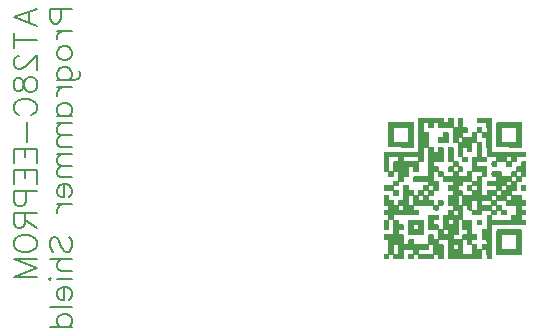
<source format=gbo>
G04 Layer: BottomSilkscreenLayer*
G04 EasyEDA v6.5.40, 2024-05-12 15:51:58*
G04 49c0d29adba348579b594a98eefbc0f5,633559c1653544b899bb7edc1c986e09,10*
G04 Gerber Generator version 0.2*
G04 Scale: 100 percent, Rotated: No, Reflected: No *
G04 Dimensions in millimeters *
G04 leading zeros omitted , absolute positions ,4 integer and 5 decimal *
%FSLAX45Y45*%
%MOMM*%

%ADD10C,0.2030*%

%LPD*%
G36*
X3664051Y3648659D02*
G01*
X3664051Y3603548D01*
X3712972Y3603548D01*
X3747617Y3603142D01*
X3748328Y3565347D01*
X3751478Y3562197D01*
X3786784Y3561740D01*
X3794251Y3562654D01*
X3796893Y3568446D01*
X3796893Y3603498D01*
X3831234Y3603498D01*
X3831844Y3601770D01*
X3832250Y3565347D01*
X3835400Y3562197D01*
X3957421Y3561486D01*
X3957889Y3478529D01*
X4032351Y3478529D01*
X4033265Y3477564D01*
X4033265Y3443782D01*
X4006697Y3443782D01*
X4006697Y3478529D01*
X3957889Y3478529D01*
X3958082Y3440328D01*
X3961282Y3437178D01*
X3999382Y3436518D01*
X4000042Y3315360D01*
X4003243Y3312210D01*
X4032910Y3311499D01*
X4033621Y3273704D01*
X4036822Y3270503D01*
X4072077Y3270046D01*
X4079544Y3271012D01*
X4082186Y3276752D01*
X4082237Y3311906D01*
X4080154Y3316732D01*
X4075277Y3318764D01*
X4040276Y3318764D01*
X4040276Y3395218D01*
X4074871Y3394811D01*
X4075582Y3357016D01*
X4078782Y3353866D01*
X4114037Y3353409D01*
X4121505Y3354324D01*
X4124147Y3360115D01*
X4124198Y3436874D01*
X4158792Y3436518D01*
X4159148Y3318764D01*
X4123842Y3318764D01*
X4118101Y3316173D01*
X4117187Y3310788D01*
X4117187Y3193796D01*
X4081881Y3193745D01*
X4076141Y3191154D01*
X4075402Y3186836D01*
X4200194Y3186836D01*
X4201109Y3185922D01*
X4201109Y3152140D01*
X4165803Y3152089D01*
X4160062Y3149498D01*
X4159148Y3144113D01*
X4159148Y3110433D01*
X4124198Y3110433D01*
X4124198Y3186836D01*
X4075402Y3186836D01*
X4075226Y3185820D01*
X4075226Y3152140D01*
X4006697Y3152140D01*
X4006697Y3186836D01*
X4032250Y3186836D01*
X4037634Y3187750D01*
X4040225Y3193440D01*
X4040276Y3228543D01*
X4038244Y3233420D01*
X4033316Y3235452D01*
X4006697Y3235452D01*
X4006697Y3270199D01*
X4004665Y3275076D01*
X3999737Y3277108D01*
X3964736Y3277108D01*
X3964736Y3395218D01*
X3962704Y3400094D01*
X3957777Y3402126D01*
X3922420Y3402076D01*
X3916629Y3399485D01*
X3915714Y3392068D01*
X3916121Y3273704D01*
X3919321Y3270503D01*
X3957421Y3269843D01*
X3957777Y3235452D01*
X3922420Y3235401D01*
X3916629Y3232810D01*
X3916046Y3228492D01*
X3998772Y3228492D01*
X3999687Y3227578D01*
X3999687Y3193796D01*
X3964736Y3193796D01*
X3964736Y3228492D01*
X3916046Y3228492D01*
X3915664Y3225393D01*
X3916121Y3190341D01*
X3919321Y3187192D01*
X3957421Y3186480D01*
X3957777Y3152140D01*
X3880815Y3152140D01*
X3880815Y3186887D01*
X3878783Y3191764D01*
X3873906Y3193796D01*
X3838854Y3193796D01*
X3838854Y3228543D01*
X3836822Y3233420D01*
X3831945Y3235452D01*
X3796893Y3235452D01*
X3796893Y3270199D01*
X3872788Y3270199D01*
X3878173Y3271062D01*
X3880815Y3276752D01*
X3880815Y3395218D01*
X3878783Y3400094D01*
X3873906Y3402126D01*
X3838498Y3402076D01*
X3832809Y3399485D01*
X3831894Y3394151D01*
X3831894Y3360470D01*
X3796893Y3360470D01*
X3796893Y3395218D01*
X3794861Y3400094D01*
X3789984Y3402126D01*
X3754932Y3402126D01*
X3754932Y3520236D01*
X3752900Y3525062D01*
X3748024Y3527145D01*
X3712972Y3527145D01*
X3712972Y3603548D01*
X3664051Y3603548D01*
X3664051Y3360470D01*
X3373831Y3360470D01*
X3373831Y3311855D01*
X3663086Y3311855D01*
X3664051Y3310940D01*
X3664051Y3277108D01*
X3545179Y3277108D01*
X3545179Y3311855D01*
X3495294Y3311855D01*
X3496208Y3310940D01*
X3496208Y3277108D01*
X3460902Y3277108D01*
X3455162Y3274517D01*
X3454247Y3269132D01*
X3454247Y3193796D01*
X3419297Y3193796D01*
X3419297Y3311855D01*
X3373831Y3311855D01*
X3373831Y3186887D01*
X3411931Y3186480D01*
X3412642Y3148685D01*
X3415842Y3145536D01*
X3451098Y3145078D01*
X3458565Y3145993D01*
X3461207Y3151784D01*
X3461258Y3186887D01*
X3495852Y3186480D01*
X3496208Y3110433D01*
X3460902Y3110433D01*
X3455162Y3107842D01*
X3454247Y3102457D01*
X3454247Y3077108D01*
X3373831Y3077108D01*
X3373831Y3028543D01*
X3453892Y3028188D01*
X3454603Y2990342D01*
X3457803Y2987192D01*
X3493058Y2986735D01*
X3500526Y2987649D01*
X3503168Y2993440D01*
X3503218Y3028543D01*
X3501136Y3033420D01*
X3496259Y3035452D01*
X3461258Y3035452D01*
X3461258Y3070199D01*
X3495141Y3070199D01*
X3500577Y3071063D01*
X3503168Y3076752D01*
X3503218Y3103524D01*
X3537102Y3103524D01*
X3542537Y3104438D01*
X3545128Y3110128D01*
X3545179Y3145180D01*
X3579063Y3145180D01*
X3584498Y3146094D01*
X3587089Y3151784D01*
X3587140Y3228543D01*
X3621735Y3228136D01*
X3622446Y3190341D01*
X3625646Y3187192D01*
X3660901Y3186734D01*
X3668369Y3187649D01*
X3671011Y3193440D01*
X3671062Y3270199D01*
X3704945Y3270199D01*
X3710381Y3271062D01*
X3712972Y3276752D01*
X3712972Y3395218D01*
X3747617Y3394811D01*
X3747973Y3152140D01*
X3628745Y3152089D01*
X3622903Y3149447D01*
X3621989Y3142030D01*
X3622446Y3107029D01*
X3625646Y3103880D01*
X3747617Y3103168D01*
X3747973Y3077108D01*
X3712667Y3077108D01*
X3706926Y3074517D01*
X3706193Y3070199D01*
X3788968Y3070199D01*
X3789934Y3069234D01*
X3789934Y3035452D01*
X3754932Y3035452D01*
X3754932Y3070199D01*
X3706193Y3070199D01*
X3706012Y3069132D01*
X3706012Y3035452D01*
X3670706Y3035452D01*
X3664965Y3032861D01*
X3664224Y3028492D01*
X3747008Y3028492D01*
X3747973Y3027578D01*
X3747973Y2993796D01*
X3712972Y2993796D01*
X3712972Y3028492D01*
X3664224Y3028492D01*
X3664051Y3027476D01*
X3664051Y2993796D01*
X3629101Y2993796D01*
X3629101Y3028543D01*
X3627018Y3033420D01*
X3622141Y3035452D01*
X3587140Y3035452D01*
X3587140Y3070199D01*
X3585057Y3075076D01*
X3580180Y3077108D01*
X3544824Y3077108D01*
X3539083Y3074517D01*
X3538169Y3069132D01*
X3538169Y2986836D01*
X3705047Y2986836D01*
X3706012Y2985922D01*
X3706012Y2952140D01*
X3671062Y2952140D01*
X3671062Y2986836D01*
X3621176Y2986836D01*
X3622090Y2985922D01*
X3622090Y2910433D01*
X3587140Y2910433D01*
X3587140Y2986836D01*
X3538169Y2986836D01*
X3538169Y2952140D01*
X3502863Y2952089D01*
X3497122Y2949498D01*
X3496208Y2944114D01*
X3496208Y2910433D01*
X3461258Y2910433D01*
X3461258Y2945231D01*
X3459226Y2950108D01*
X3454298Y2952140D01*
X3419297Y2952140D01*
X3419297Y2986887D01*
X3417265Y2991764D01*
X3412337Y2993796D01*
X3373831Y2993796D01*
X3373831Y2903524D01*
X3537254Y2903524D01*
X3538169Y2902559D01*
X3538169Y2868777D01*
X3503218Y2868777D01*
X3503218Y2903524D01*
X3373831Y2903524D01*
X3411931Y2903169D01*
X3412337Y2868777D01*
X3373831Y2868777D01*
X3373831Y2820212D01*
X3411931Y2819806D01*
X3412337Y2785465D01*
X3461258Y2785465D01*
X3461258Y2820162D01*
X3662984Y2820212D01*
X3668420Y2821076D01*
X3671011Y2826766D01*
X3671062Y2861868D01*
X3668979Y2866745D01*
X3664102Y2868777D01*
X3629101Y2868777D01*
X3629101Y2903524D01*
X3789578Y2903169D01*
X3790289Y2865374D01*
X3793439Y2862173D01*
X3828745Y2861716D01*
X3836212Y2862630D01*
X3838854Y2868422D01*
X3838854Y2903524D01*
X3872788Y2903524D01*
X3878173Y2904439D01*
X3880815Y2910128D01*
X3880815Y2945231D01*
X3878783Y2950108D01*
X3873906Y2952140D01*
X3838498Y2952089D01*
X3832809Y2949498D01*
X3831894Y2944114D01*
X3831894Y2910433D01*
X3796893Y2910433D01*
X3796893Y2945231D01*
X3794861Y2950108D01*
X3789984Y2952140D01*
X3754932Y2952140D01*
X3754932Y2986836D01*
X3788867Y2986836D01*
X3794302Y2987751D01*
X3796893Y2993440D01*
X3796893Y3028492D01*
X3830828Y3028543D01*
X3836212Y3029407D01*
X3838854Y3035096D01*
X3838854Y3103575D01*
X3836822Y3108401D01*
X3831945Y3110433D01*
X3796893Y3110433D01*
X3796893Y3186836D01*
X3831234Y3186836D01*
X3831844Y3185109D01*
X3832250Y3148685D01*
X3835400Y3145536D01*
X3873500Y3144824D01*
X3874211Y3107029D01*
X3877360Y3103880D01*
X3957421Y3103168D01*
X3957777Y3077108D01*
X3922420Y3077108D01*
X3916629Y3074466D01*
X3915664Y3067050D01*
X3916081Y3035452D01*
X4006697Y3035452D01*
X4006697Y3070199D01*
X4032250Y3070199D01*
X4037634Y3071063D01*
X4040225Y3076752D01*
X4040276Y3103524D01*
X4116273Y3103524D01*
X4117187Y3102559D01*
X4117187Y3077108D01*
X4081881Y3077108D01*
X4076039Y3074466D01*
X4075513Y3070199D01*
X4158234Y3070199D01*
X4159148Y3069234D01*
X4159148Y3035452D01*
X4124198Y3035452D01*
X4124198Y3070199D01*
X4075513Y3070199D01*
X4075125Y3067050D01*
X4075582Y3031998D01*
X4078782Y3028848D01*
X4116832Y3028188D01*
X4117238Y2993796D01*
X4040276Y2993796D01*
X4040276Y3028543D01*
X4038244Y3033420D01*
X4033316Y3035452D01*
X3916081Y3035452D01*
X3916121Y3031998D01*
X3919321Y3028848D01*
X3957421Y3028188D01*
X3957777Y2993796D01*
X3922420Y2993745D01*
X3916629Y2991104D01*
X3916096Y2986836D01*
X4451908Y2986836D01*
X4452874Y2985922D01*
X4452874Y2952140D01*
X4417872Y2952140D01*
X4417872Y2986836D01*
X4326026Y2986836D01*
X4326991Y2985922D01*
X4326991Y2952140D01*
X4291990Y2952140D01*
X4291990Y2986836D01*
X4032351Y2986836D01*
X4033265Y2985922D01*
X4033265Y2945180D01*
X4284065Y2945180D01*
X4285030Y2944266D01*
X4285030Y2910433D01*
X4208119Y2910433D01*
X4208119Y2945180D01*
X4158234Y2945180D01*
X4159148Y2944266D01*
X4159148Y2903524D01*
X4326026Y2903524D01*
X4326991Y2902559D01*
X4326991Y2868777D01*
X4291990Y2868777D01*
X4291990Y2903524D01*
X4159148Y2903524D01*
X4159148Y2868777D01*
X4124198Y2868777D01*
X4124198Y2945180D01*
X4033265Y2945180D01*
X4033265Y2910433D01*
X4006697Y2910433D01*
X4006697Y2986836D01*
X3916096Y2986836D01*
X3915714Y2983738D01*
X3916121Y2907030D01*
X3919321Y2903880D01*
X3938371Y2903524D01*
X4074566Y2903524D01*
X4075176Y2901797D01*
X4075582Y2865374D01*
X4078782Y2862173D01*
X4116832Y2861513D01*
X4117543Y2823667D01*
X4120743Y2820517D01*
X4197959Y2820111D01*
X4205427Y2820974D01*
X4208068Y2826766D01*
X4208119Y2861868D01*
X4284675Y2861513D01*
X4285030Y2827121D01*
X4249724Y2827070D01*
X4243984Y2824530D01*
X4243070Y2819146D01*
X4243070Y2785465D01*
X4291990Y2785465D01*
X4291990Y2820162D01*
X4325924Y2820212D01*
X4331360Y2821076D01*
X4333951Y2826766D01*
X4333951Y2861868D01*
X4368596Y2861513D01*
X4369308Y2823667D01*
X4372457Y2820517D01*
X4407763Y2820060D01*
X4415231Y2820974D01*
X4417872Y2826766D01*
X4417872Y2861868D01*
X4415840Y2866745D01*
X4410964Y2868777D01*
X4375912Y2868777D01*
X4375912Y2903575D01*
X4373880Y2908401D01*
X4369003Y2910433D01*
X4333951Y2910433D01*
X4333951Y2945180D01*
X4410252Y2945180D01*
X4410862Y2943453D01*
X4411268Y2907030D01*
X4414418Y2903880D01*
X4494479Y2903169D01*
X4494834Y2827121D01*
X4459478Y2827070D01*
X4453788Y2824530D01*
X4452874Y2819146D01*
X4452874Y2785465D01*
X4243070Y2785465D01*
X4243070Y2702102D01*
X4207764Y2702102D01*
X4201922Y2699461D01*
X4201007Y2692044D01*
X4201464Y2615336D01*
X4204665Y2612186D01*
X4242714Y2611475D01*
X4243070Y2577134D01*
X4207764Y2577084D01*
X4202023Y2574493D01*
X4201109Y2569159D01*
X4201109Y2535478D01*
X4166158Y2535478D01*
X4166158Y2570226D01*
X4164076Y2575102D01*
X4159199Y2577134D01*
X4124198Y2577134D01*
X4124198Y2611831D01*
X4158081Y2611882D01*
X4163517Y2612745D01*
X4166108Y2618435D01*
X4166158Y2653538D01*
X4164076Y2658414D01*
X4159199Y2660446D01*
X4124198Y2660446D01*
X4124198Y2778556D01*
X4122115Y2783433D01*
X4117238Y2785465D01*
X4040276Y2785465D01*
X4040276Y2903524D01*
X3938371Y2903524D01*
X3957421Y2903169D01*
X3957777Y2868777D01*
X3922420Y2868777D01*
X3916679Y2866186D01*
X3915988Y2861818D01*
X3998772Y2861818D01*
X3999687Y2860903D01*
X3999687Y2827121D01*
X3964736Y2827121D01*
X3964736Y2861818D01*
X3915988Y2861818D01*
X3915816Y2860802D01*
X3915816Y2827121D01*
X3880459Y2827070D01*
X3874770Y2824530D01*
X3873855Y2819146D01*
X3873855Y2778506D01*
X3956812Y2778506D01*
X3957777Y2777591D01*
X3957777Y2743809D01*
X3922776Y2743809D01*
X3922776Y2778506D01*
X3873855Y2778506D01*
X3873855Y2702102D01*
X3838854Y2702102D01*
X3838854Y2736900D01*
X3836822Y2741777D01*
X3831945Y2743809D01*
X3796893Y2743809D01*
X3796893Y2778506D01*
X3830828Y2778506D01*
X3836212Y2779420D01*
X3838854Y2785110D01*
X3838854Y2820212D01*
X3836822Y2825089D01*
X3831945Y2827121D01*
X3754628Y2827070D01*
X3748786Y2824480D01*
X3747871Y2817063D01*
X3748328Y2698699D01*
X3751478Y2695549D01*
X3791508Y2695194D01*
X3914851Y2695194D01*
X3915816Y2694228D01*
X3915816Y2660446D01*
X3880815Y2660446D01*
X3880815Y2695194D01*
X3791508Y2695194D01*
X3831539Y2694838D01*
X3831894Y2618790D01*
X3964736Y2618790D01*
X3964736Y2653538D01*
X3998671Y2653538D01*
X4004056Y2654401D01*
X4006697Y2660091D01*
X4006697Y2778506D01*
X4032605Y2778506D01*
X4033265Y2776778D01*
X4033621Y2698699D01*
X4036822Y2695549D01*
X4074871Y2694838D01*
X4075277Y2660446D01*
X4039920Y2660446D01*
X4034180Y2657856D01*
X4033316Y2652471D01*
X4033265Y2618790D01*
X3796893Y2618790D01*
X3796893Y2653538D01*
X3794861Y2658414D01*
X3789984Y2660446D01*
X3754628Y2660446D01*
X3748887Y2657856D01*
X3747973Y2652471D01*
X3747973Y2577134D01*
X3629101Y2577134D01*
X3629101Y2611882D01*
X3627018Y2616758D01*
X3622141Y2618790D01*
X3586784Y2618740D01*
X3581044Y2616149D01*
X3580129Y2610815D01*
X3580129Y2577134D01*
X3545179Y2577134D01*
X3545179Y2653538D01*
X3543096Y2658414D01*
X3538220Y2660446D01*
X3503218Y2660446D01*
X3503218Y2695194D01*
X3537102Y2695194D01*
X3542537Y2696057D01*
X3545128Y2701798D01*
X3545179Y2736900D01*
X3543096Y2741777D01*
X3538220Y2743809D01*
X3503218Y2743809D01*
X3503218Y2778556D01*
X3501136Y2783433D01*
X3496259Y2785465D01*
X3373831Y2785465D01*
X3373831Y2695194D01*
X3411270Y2695194D01*
X3416655Y2696057D01*
X3419246Y2701798D01*
X3419297Y2778556D01*
X3453892Y2778150D01*
X3454247Y2660446D01*
X3373831Y2660446D01*
X3373831Y2611882D01*
X3411931Y2611475D01*
X3412073Y2570175D01*
X3495294Y2570175D01*
X3496208Y2569260D01*
X3496208Y2493772D01*
X3461258Y2493772D01*
X3461258Y2570175D01*
X3412073Y2570175D01*
X3412286Y2493772D01*
X3373831Y2493772D01*
X3373831Y2448661D01*
X3419297Y2448661D01*
X3419297Y2486863D01*
X3453892Y2486507D01*
X3454298Y2448661D01*
X3545179Y2448661D01*
X3545179Y2528519D01*
X3621735Y2528163D01*
X3622090Y2493772D01*
X3671062Y2493772D01*
X3671062Y2528519D01*
X3746906Y2528519D01*
X3752342Y2529433D01*
X3754932Y2535123D01*
X3754932Y2570175D01*
X3788968Y2570175D01*
X3789934Y2569260D01*
X3789934Y2493772D01*
X3586784Y2493772D01*
X3581044Y2491181D01*
X3580129Y2485796D01*
X3580129Y2448661D01*
X3629101Y2448661D01*
X3629101Y2486863D01*
X3663696Y2486507D01*
X3664051Y2448661D01*
X3796893Y2448661D01*
X3796893Y2486863D01*
X3831539Y2486507D01*
X3831894Y2448661D01*
X3880815Y2448661D01*
X3880815Y2570226D01*
X3878783Y2575102D01*
X3873906Y2577134D01*
X3838854Y2577134D01*
X3838854Y2611882D01*
X4074566Y2611831D01*
X4075176Y2610104D01*
X4075582Y2573680D01*
X4078782Y2570530D01*
X4116832Y2569819D01*
X4117187Y2493772D01*
X4040276Y2493772D01*
X4040276Y2611831D01*
X3848430Y2611831D01*
X3915460Y2611475D01*
X3915538Y2570175D01*
X3998772Y2570175D01*
X3999687Y2569260D01*
X3999687Y2535478D01*
X3964736Y2535478D01*
X3964736Y2570175D01*
X3915538Y2570175D01*
X3915816Y2448661D01*
X4208119Y2448661D01*
X4208119Y2528519D01*
X4242714Y2528163D01*
X4243070Y2448661D01*
X4291990Y2448661D01*
X4291990Y2736850D01*
X4573828Y2736850D01*
X4573828Y2785465D01*
X4543755Y2785465D01*
X4543755Y2820162D01*
X4573828Y2820162D01*
X4573828Y2868777D01*
X4543755Y2868777D01*
X4543755Y2903524D01*
X4573828Y2903524D01*
X4573828Y2952140D01*
X4543755Y2952140D01*
X4543755Y2986887D01*
X4541723Y2991764D01*
X4536795Y2993796D01*
X4459833Y2993796D01*
X4459833Y3028492D01*
X4493768Y3028543D01*
X4499152Y3029407D01*
X4501794Y3035096D01*
X4501794Y3103524D01*
X4535728Y3103524D01*
X4541113Y3104438D01*
X4543755Y3110128D01*
X4543755Y3145180D01*
X4573828Y3145180D01*
X4573828Y3277108D01*
X4543399Y3277108D01*
X4537659Y3274517D01*
X4536795Y3269132D01*
X4536795Y3235452D01*
X4501438Y3235401D01*
X4495698Y3232861D01*
X4494834Y3227476D01*
X4494834Y3193796D01*
X4459478Y3193745D01*
X4453788Y3191154D01*
X4453049Y3186836D01*
X4535830Y3186836D01*
X4536795Y3185922D01*
X4536795Y3152140D01*
X4501794Y3152140D01*
X4501794Y3186836D01*
X4453049Y3186836D01*
X4452874Y3185820D01*
X4452874Y3152140D01*
X4375912Y3152140D01*
X4375912Y3186887D01*
X4373880Y3191764D01*
X4369003Y3193796D01*
X4291685Y3193745D01*
X4285843Y3191154D01*
X4284929Y3183737D01*
X4285386Y3148685D01*
X4288536Y3145536D01*
X4307586Y3145180D01*
X4493869Y3145180D01*
X4494834Y3144266D01*
X4494834Y3110433D01*
X4459833Y3110433D01*
X4459833Y3145180D01*
X4307586Y3145180D01*
X4326636Y3144824D01*
X4326991Y3110433D01*
X4249724Y3110433D01*
X4243882Y3107791D01*
X4243356Y3103524D01*
X4451908Y3103524D01*
X4452874Y3102559D01*
X4452874Y3077108D01*
X4417872Y3077108D01*
X4417872Y3103524D01*
X4243356Y3103524D01*
X4242917Y3100273D01*
X4243425Y3073704D01*
X4246626Y3070504D01*
X4286605Y3070199D01*
X4409948Y3070199D01*
X4410913Y3069234D01*
X4410913Y3035452D01*
X4375912Y3035452D01*
X4375912Y3070199D01*
X4286605Y3070199D01*
X4326636Y3069844D01*
X4326991Y3035452D01*
X4249724Y3035452D01*
X4243984Y3032861D01*
X4243242Y3028492D01*
X4367987Y3028492D01*
X4368952Y3027578D01*
X4368952Y2993796D01*
X4333951Y2993796D01*
X4333951Y3028492D01*
X4243242Y3028492D01*
X4243070Y3027476D01*
X4243070Y2993796D01*
X4208119Y2993796D01*
X4208119Y3145180D01*
X4242003Y3145180D01*
X4247438Y3146094D01*
X4250029Y3151784D01*
X4250080Y3228543D01*
X4247997Y3233420D01*
X4243120Y3235452D01*
X4166158Y3235452D01*
X4166158Y3270199D01*
X4242003Y3270199D01*
X4247438Y3271062D01*
X4250029Y3276752D01*
X4250080Y3311855D01*
X4451908Y3311855D01*
X4452874Y3310940D01*
X4452874Y3277108D01*
X4417872Y3277108D01*
X4417872Y3311855D01*
X4250080Y3311855D01*
X4326636Y3311499D01*
X4326991Y3277108D01*
X4291685Y3277108D01*
X4285843Y3274466D01*
X4284929Y3267049D01*
X4285386Y3231997D01*
X4288536Y3228848D01*
X4323842Y3228390D01*
X4331309Y3229305D01*
X4333951Y3235096D01*
X4333951Y3270199D01*
X4410557Y3269843D01*
X4411268Y3231997D01*
X4414418Y3228848D01*
X4449724Y3228390D01*
X4457192Y3229305D01*
X4459833Y3235096D01*
X4459833Y3270199D01*
X4493768Y3270199D01*
X4499152Y3271062D01*
X4501794Y3276752D01*
X4501794Y3311855D01*
X4573828Y3311855D01*
X4573828Y3360470D01*
X4291990Y3360470D01*
X4291990Y3648659D01*
X4159046Y3648659D01*
X4159504Y3607003D01*
X4162704Y3603853D01*
X4242714Y3603142D01*
X4243070Y3527145D01*
X4208119Y3527145D01*
X4208119Y3561892D01*
X4206036Y3566769D01*
X4201160Y3568801D01*
X4165803Y3568750D01*
X4160062Y3566160D01*
X4159148Y3560826D01*
X4159148Y3527145D01*
X4123842Y3527094D01*
X4118101Y3524504D01*
X4117368Y3520186D01*
X4200448Y3520186D01*
X4201058Y3518458D01*
X4201464Y3482035D01*
X4204665Y3478834D01*
X4242714Y3478174D01*
X4243070Y3318764D01*
X4208119Y3318764D01*
X4208119Y3436874D01*
X4206036Y3441750D01*
X4201160Y3443782D01*
X4166158Y3443782D01*
X4166158Y3520186D01*
X4117368Y3520186D01*
X4117187Y3519119D01*
X4117187Y3485438D01*
X4040276Y3485438D01*
X4040276Y3520186D01*
X4074160Y3520186D01*
X4079595Y3521100D01*
X4082186Y3526790D01*
X4082237Y3561892D01*
X4080154Y3566769D01*
X4075277Y3568801D01*
X4040276Y3568801D01*
X4040276Y3648659D01*
X3999687Y3648659D01*
X3999687Y3568801D01*
X3964736Y3568801D01*
X3964736Y3648659D01*
X3915816Y3648659D01*
X3915816Y3610457D01*
X3880815Y3610457D01*
X3880815Y3648659D01*
G37*
G36*
X4333646Y3610406D02*
G01*
X4327804Y3607815D01*
X4326890Y3600399D01*
X4326987Y3561842D01*
X4493869Y3561842D01*
X4494834Y3560927D01*
X4494834Y3443782D01*
X4375912Y3443782D01*
X4375912Y3561842D01*
X4326987Y3561842D01*
X4327347Y3398672D01*
X4330496Y3395522D01*
X4533646Y3395116D01*
X4541113Y3395979D01*
X4543755Y3401771D01*
X4543755Y3603548D01*
X4541723Y3608425D01*
X4537100Y3610406D01*
G37*
G36*
X3418941Y3610406D02*
G01*
X3413099Y3607815D01*
X3412236Y3600399D01*
X3412313Y3561842D01*
X3579215Y3561842D01*
X3580129Y3560927D01*
X3580129Y3443782D01*
X3461258Y3443782D01*
X3461258Y3561842D01*
X3412313Y3561842D01*
X3412642Y3398672D01*
X3415842Y3395522D01*
X3618941Y3395116D01*
X3626408Y3395979D01*
X3629050Y3401771D01*
X3629101Y3603548D01*
X3627018Y3608425D01*
X3622446Y3610406D01*
G37*
G36*
X3880459Y3527094D02*
G01*
X3874770Y3524504D01*
X3873855Y3519119D01*
X3873855Y3485438D01*
X3838498Y3485438D01*
X3832707Y3482797D01*
X3831742Y3475380D01*
X3832250Y3440328D01*
X3835400Y3437178D01*
X3912666Y3436772D01*
X3920134Y3437636D01*
X3922776Y3443427D01*
X3922776Y3520236D01*
X3920744Y3525062D01*
X3916121Y3527044D01*
G37*
G36*
X4543399Y3077108D02*
G01*
X4537608Y3074466D01*
X4536643Y3067050D01*
X4537100Y3031998D01*
X4540300Y3028848D01*
X4573828Y3028391D01*
X4573828Y3077108D01*
G37*
G36*
X4165803Y2785414D02*
G01*
X4159961Y2782773D01*
X4159046Y2775407D01*
X4159504Y2740355D01*
X4162704Y2737205D01*
X4197959Y2736748D01*
X4205427Y2737662D01*
X4208068Y2743454D01*
X4208119Y2778556D01*
X4206036Y2783433D01*
X4201464Y2785414D01*
G37*
G36*
X3586784Y2785414D02*
G01*
X3580942Y2782773D01*
X3580028Y2775407D01*
X3580193Y2736850D01*
X3663086Y2736850D01*
X3664051Y2735935D01*
X3664051Y2702102D01*
X3629101Y2702102D01*
X3629101Y2736850D01*
X3580193Y2736850D01*
X3580485Y2657043D01*
X3583686Y2653842D01*
X3702862Y2653436D01*
X3710330Y2654300D01*
X3712972Y2660091D01*
X3712972Y2778556D01*
X3710940Y2783433D01*
X3706368Y2785414D01*
G37*
G36*
X4333646Y2702102D02*
G01*
X4327804Y2699461D01*
X4326890Y2692044D01*
X4326986Y2653538D01*
X4493869Y2653538D01*
X4494834Y2652572D01*
X4494834Y2535478D01*
X4375912Y2535478D01*
X4375912Y2653538D01*
X4326986Y2653538D01*
X4327347Y2490368D01*
X4330496Y2487168D01*
X4533646Y2486761D01*
X4541113Y2487676D01*
X4543755Y2493467D01*
X4543755Y2695244D01*
X4541723Y2700070D01*
X4537100Y2702052D01*
G37*
D10*
X242570Y4499355D02*
G01*
X433578Y4572000D01*
X242570Y4499355D02*
G01*
X433578Y4426457D01*
X370078Y4544821D02*
G01*
X370078Y4453889D01*
X242570Y4303013D02*
G01*
X433578Y4303013D01*
X242570Y4366513D02*
G01*
X242570Y4239260D01*
X288036Y4170171D02*
G01*
X279145Y4170171D01*
X260857Y4161028D01*
X251713Y4151884D01*
X242570Y4133850D01*
X242570Y4097528D01*
X251713Y4079239D01*
X260857Y4070095D01*
X279145Y4061205D01*
X297179Y4061205D01*
X315468Y4070095D01*
X342645Y4088384D01*
X433578Y4179315D01*
X433578Y4052062D01*
X242570Y3946652D02*
G01*
X251713Y3973829D01*
X270002Y3982973D01*
X288036Y3982973D01*
X306323Y3973829D01*
X315468Y3955542D01*
X324612Y3919220D01*
X333502Y3892042D01*
X351789Y3873754D01*
X370078Y3864610D01*
X397255Y3864610D01*
X415289Y3873754D01*
X424434Y3882897D01*
X433578Y3910076D01*
X433578Y3946652D01*
X424434Y3973829D01*
X415289Y3982973D01*
X397255Y3992118D01*
X370078Y3992118D01*
X351789Y3982973D01*
X333502Y3964686D01*
X324612Y3937507D01*
X315468Y3901186D01*
X306323Y3882897D01*
X288036Y3873754D01*
X270002Y3873754D01*
X251713Y3882897D01*
X242570Y3910076D01*
X242570Y3946652D01*
X288036Y3668268D02*
G01*
X270002Y3677412D01*
X251713Y3695700D01*
X242570Y3713734D01*
X242570Y3750310D01*
X251713Y3768344D01*
X270002Y3786631D01*
X288036Y3795521D01*
X315468Y3804665D01*
X360934Y3804665D01*
X388112Y3795521D01*
X406400Y3786631D01*
X424434Y3768344D01*
X433578Y3750310D01*
X433578Y3713734D01*
X424434Y3695700D01*
X406400Y3677412D01*
X388112Y3668268D01*
X351789Y3608323D02*
G01*
X351789Y3444747D01*
X242570Y3384804D02*
G01*
X433578Y3384804D01*
X242570Y3384804D02*
G01*
X242570Y3266439D01*
X333502Y3384804D02*
G01*
X333502Y3311905D01*
X433578Y3384804D02*
G01*
X433578Y3266439D01*
X242570Y3206495D02*
G01*
X433578Y3206495D01*
X242570Y3206495D02*
G01*
X242570Y3088386D01*
X333502Y3206495D02*
G01*
X333502Y3133852D01*
X433578Y3206495D02*
G01*
X433578Y3088386D01*
X242570Y3028442D02*
G01*
X433578Y3028442D01*
X242570Y3028442D02*
G01*
X242570Y2946654D01*
X251713Y2919221D01*
X260857Y2910078D01*
X279145Y2901187D01*
X306323Y2901187D01*
X324612Y2910078D01*
X333502Y2919221D01*
X342645Y2946654D01*
X342645Y3028442D01*
X242570Y2840989D02*
G01*
X433578Y2840989D01*
X242570Y2840989D02*
G01*
X242570Y2759202D01*
X251713Y2732023D01*
X260857Y2722879D01*
X279145Y2713736D01*
X297179Y2713736D01*
X315468Y2722879D01*
X324612Y2732023D01*
X333502Y2759202D01*
X333502Y2840989D01*
X333502Y2777489D02*
G01*
X433578Y2713736D01*
X242570Y2599181D02*
G01*
X251713Y2617470D01*
X270002Y2635757D01*
X288036Y2644647D01*
X315468Y2653792D01*
X360934Y2653792D01*
X388112Y2644647D01*
X406400Y2635757D01*
X424434Y2617470D01*
X433578Y2599181D01*
X433578Y2562860D01*
X424434Y2544826D01*
X406400Y2526537D01*
X388112Y2517394D01*
X360934Y2508250D01*
X315468Y2508250D01*
X288036Y2517394D01*
X270002Y2526537D01*
X251713Y2544826D01*
X242570Y2562860D01*
X242570Y2599181D01*
X242570Y2448305D02*
G01*
X433578Y2448305D01*
X242570Y2448305D02*
G01*
X433578Y2375662D01*
X242570Y2303018D02*
G01*
X433578Y2375662D01*
X242570Y2303018D02*
G01*
X433578Y2303018D01*
X544321Y4572000D02*
G01*
X735076Y4572000D01*
X544321Y4572000D02*
G01*
X544321Y4490212D01*
X553465Y4463034D01*
X562355Y4453889D01*
X580644Y4444745D01*
X607821Y4444745D01*
X626110Y4453889D01*
X635254Y4463034D01*
X644397Y4490212D01*
X644397Y4572000D01*
X607821Y4384802D02*
G01*
X735076Y4384802D01*
X662431Y4384802D02*
G01*
X635254Y4375657D01*
X616965Y4357370D01*
X607821Y4339336D01*
X607821Y4311904D01*
X607821Y4206494D02*
G01*
X616965Y4224781D01*
X635254Y4242815D01*
X662431Y4251960D01*
X680720Y4251960D01*
X707897Y4242815D01*
X726186Y4224781D01*
X735076Y4206494D01*
X735076Y4179315D01*
X726186Y4161028D01*
X707897Y4142994D01*
X680720Y4133850D01*
X662431Y4133850D01*
X635254Y4142994D01*
X616965Y4161028D01*
X607821Y4179315D01*
X607821Y4206494D01*
X607821Y3964686D02*
G01*
X753363Y3964686D01*
X780542Y3973829D01*
X789686Y3982973D01*
X798829Y4001007D01*
X798829Y4028439D01*
X789686Y4046473D01*
X635254Y3964686D02*
G01*
X616965Y3982973D01*
X607821Y4001007D01*
X607821Y4028439D01*
X616965Y4046473D01*
X635254Y4064762D01*
X662431Y4073905D01*
X680720Y4073905D01*
X707897Y4064762D01*
X726186Y4046473D01*
X735076Y4028439D01*
X735076Y4001007D01*
X726186Y3982973D01*
X707897Y3964686D01*
X607821Y3904742D02*
G01*
X735076Y3904742D01*
X662431Y3904742D02*
G01*
X635254Y3895597D01*
X616965Y3877563D01*
X607821Y3859276D01*
X607821Y3832097D01*
X607821Y3662934D02*
G01*
X735076Y3662934D01*
X635254Y3662934D02*
G01*
X616965Y3680968D01*
X607821Y3699255D01*
X607821Y3726434D01*
X616965Y3744721D01*
X635254Y3763010D01*
X662431Y3771900D01*
X680720Y3771900D01*
X707897Y3763010D01*
X726186Y3744721D01*
X735076Y3726434D01*
X735076Y3699255D01*
X726186Y3680968D01*
X707897Y3662934D01*
X607821Y3602989D02*
G01*
X735076Y3602989D01*
X644397Y3602989D02*
G01*
X616965Y3575557D01*
X607821Y3557523D01*
X607821Y3530092D01*
X616965Y3512057D01*
X644397Y3502913D01*
X735076Y3502913D01*
X644397Y3502913D02*
G01*
X616965Y3475736D01*
X607821Y3457447D01*
X607821Y3430270D01*
X616965Y3411981D01*
X644397Y3402837D01*
X735076Y3402837D01*
X607821Y3342894D02*
G01*
X735076Y3342894D01*
X644397Y3342894D02*
G01*
X616965Y3315715D01*
X607821Y3297428D01*
X607821Y3270250D01*
X616965Y3251962D01*
X644397Y3242818D01*
X735076Y3242818D01*
X644397Y3242818D02*
G01*
X616965Y3215639D01*
X607821Y3197352D01*
X607821Y3170173D01*
X616965Y3151886D01*
X644397Y3142995D01*
X735076Y3142995D01*
X662431Y3082797D02*
G01*
X662431Y2973831D01*
X644397Y2973831D01*
X626110Y2982976D01*
X616965Y2992120D01*
X607821Y3010154D01*
X607821Y3037331D01*
X616965Y3055620D01*
X635254Y3073907D01*
X662431Y3082797D01*
X680720Y3082797D01*
X707897Y3073907D01*
X726186Y3055620D01*
X735076Y3037331D01*
X735076Y3010154D01*
X726186Y2992120D01*
X707897Y2973831D01*
X607821Y2913887D02*
G01*
X735076Y2913887D01*
X662431Y2913887D02*
G01*
X635254Y2904744D01*
X616965Y2886455D01*
X607821Y2868421D01*
X607821Y2840989D01*
X571500Y2513837D02*
G01*
X553465Y2532126D01*
X544321Y2559304D01*
X544321Y2595626D01*
X553465Y2622804D01*
X571500Y2641092D01*
X589787Y2641092D01*
X607821Y2631947D01*
X616965Y2622804D01*
X626110Y2604770D01*
X644397Y2550160D01*
X653287Y2532126D01*
X662431Y2522981D01*
X680720Y2513837D01*
X707897Y2513837D01*
X726186Y2532126D01*
X735076Y2559304D01*
X735076Y2595626D01*
X726186Y2622804D01*
X707897Y2641092D01*
X544321Y2453894D02*
G01*
X735076Y2453894D01*
X644397Y2453894D02*
G01*
X616965Y2426462D01*
X607821Y2408428D01*
X607821Y2380995D01*
X616965Y2362962D01*
X644397Y2353818D01*
X735076Y2353818D01*
X544321Y2293873D02*
G01*
X553465Y2284729D01*
X544321Y2275586D01*
X535178Y2284729D01*
X544321Y2293873D01*
X607821Y2284729D02*
G01*
X735076Y2284729D01*
X662431Y2215642D02*
G01*
X662431Y2106676D01*
X644397Y2106676D01*
X626110Y2115565D01*
X616965Y2124710D01*
X607821Y2142997D01*
X607821Y2170176D01*
X616965Y2188463D01*
X635254Y2206497D01*
X662431Y2215642D01*
X680720Y2215642D01*
X707897Y2206497D01*
X726186Y2188463D01*
X735076Y2170176D01*
X735076Y2142997D01*
X726186Y2124710D01*
X707897Y2106676D01*
X544321Y2046478D02*
G01*
X735076Y2046478D01*
X544321Y1877568D02*
G01*
X735076Y1877568D01*
X635254Y1877568D02*
G01*
X616965Y1895602D01*
X607821Y1913889D01*
X607821Y1941068D01*
X616965Y1959355D01*
X635254Y1977389D01*
X662431Y1986534D01*
X680720Y1986534D01*
X707897Y1977389D01*
X726186Y1959355D01*
X735076Y1941068D01*
X735076Y1913889D01*
X726186Y1895602D01*
X707897Y1877568D01*
M02*

</source>
